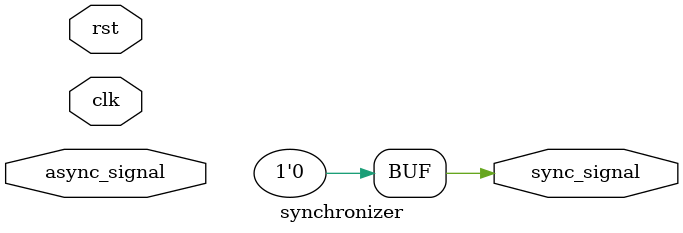
<source format=v>
module synchronizer #(parameter width = 1) (
    input [width-1:0] async_signal,
    input clk,
    input rst,
    output [width-1:0] sync_signal
);
    // Create your 2 flip-flop synchronizer here
    // This module takes in a vector of 1-bit asynchronous (from different clock domain or not clocked) signals
    // and should output a vector of 1-bit synchronous signals that are synchronized to the input clk

    // Remove this line once you create your synchronizer
    assign sync_signal = 0;
endmodule

</source>
